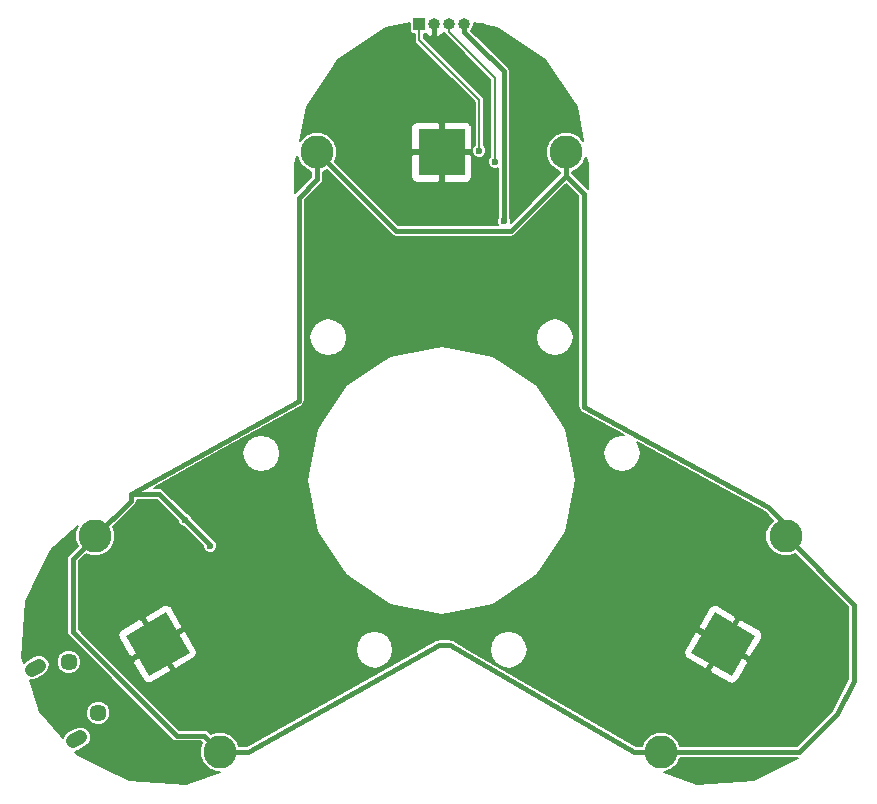
<source format=gbl>
G04 #@! TF.FileFunction,Copper,L2,Bot,Signal*
%FSLAX46Y46*%
G04 Gerber Fmt 4.6, Leading zero omitted, Abs format (unit mm)*
G04 Created by KiCad (PCBNEW 4.0.7) date 2018 May 15, Tuesday 19:27:55*
%MOMM*%
%LPD*%
G01*
G04 APERTURE LIST*
%ADD10C,0.100000*%
%ADD11C,0.600000*%
%ADD12C,2.800000*%
%ADD13R,3.960000X3.960000*%
%ADD14R,0.900000X0.500000*%
%ADD15R,1.000000X1.000000*%
%ADD16O,1.000000X1.000000*%
%ADD17C,1.450000*%
%ADD18C,1.200000*%
%ADD19C,0.400000*%
%ADD20C,0.200000*%
G04 APERTURE END LIST*
D10*
D11*
X144470000Y-41050000D03*
X160660000Y-98440000D03*
X132850000Y-45710000D03*
D12*
X125441680Y-46029880D03*
X146551680Y-46029880D03*
D13*
X135996680Y-46029880D03*
D11*
X139446000Y-35306000D03*
X143750000Y-53750000D03*
X126740000Y-53750000D03*
X131560000Y-35730000D03*
X147190000Y-43120000D03*
X146180000Y-59730000D03*
X144510000Y-59310000D03*
X144580000Y-57160000D03*
D12*
X154552500Y-96830898D03*
X165107500Y-78549102D03*
D10*
G36*
X157125270Y-88414730D02*
X159105270Y-84985270D01*
X162534730Y-86965270D01*
X160554730Y-90394730D01*
X157125270Y-88414730D01*
X157125270Y-88414730D01*
G37*
D11*
X114600000Y-93090000D03*
X152920000Y-91150000D03*
X160480000Y-95000000D03*
X111950000Y-98980000D03*
X101040000Y-85320000D03*
X111950000Y-87680000D03*
X148000000Y-47780000D03*
X124720000Y-42460000D03*
X124060000Y-47890000D03*
X136870000Y-43150000D03*
X129090000Y-43740000D03*
X126390000Y-43370000D03*
X141980000Y-43860000D03*
X142140000Y-46100000D03*
X144140000Y-45850000D03*
X141130000Y-53720000D03*
X127683260Y-59098180D03*
X124810000Y-51160000D03*
X125530000Y-52800000D03*
X133040000Y-36460000D03*
X144560000Y-39660000D03*
X146050000Y-55530000D03*
X128935480Y-53398420D03*
X124978160Y-59138820D03*
X146100000Y-57450000D03*
X129760000Y-46470000D03*
X127140000Y-39680000D03*
X126390000Y-41490000D03*
X124600000Y-43920000D03*
X144390000Y-47530000D03*
X140200000Y-47970000D03*
X142740000Y-47550000D03*
X145710000Y-41610000D03*
X140970000Y-36068000D03*
X145060000Y-43180000D03*
X138530000Y-43570000D03*
X131480000Y-49990000D03*
X131490000Y-48520000D03*
X134260000Y-51930000D03*
X137720000Y-51910000D03*
X136570000Y-51910000D03*
X135420000Y-51910000D03*
X134270000Y-50890000D03*
X137720000Y-50890000D03*
X136570000Y-50890000D03*
X135420000Y-50890000D03*
X134270000Y-49770000D03*
X137720000Y-49770000D03*
X136570000Y-49770000D03*
X135420000Y-49770000D03*
X136580000Y-48940000D03*
X137720000Y-48940000D03*
X135450000Y-48940000D03*
D14*
X142622960Y-42682160D03*
D15*
X134100000Y-35200000D03*
D16*
X135370000Y-35200000D03*
X136640000Y-35200000D03*
X137910000Y-35200000D03*
D11*
X134280000Y-48940000D03*
D12*
X106672500Y-78534102D03*
X117227500Y-96815898D03*
D10*
G36*
X112674730Y-84970270D02*
X114654730Y-88399730D01*
X111225270Y-90379730D01*
X109245270Y-86950270D01*
X112674730Y-84970270D01*
X112674730Y-84970270D01*
G37*
D17*
X104414620Y-89184516D03*
X106914620Y-93514644D03*
D18*
X101273242Y-89843491D02*
X101879460Y-89493491D01*
X105379460Y-95555669D02*
X104773242Y-95905669D01*
D11*
X136000000Y-46020000D03*
X141248176Y-51880010D03*
X116393298Y-79344733D03*
X114300000Y-77175000D03*
X139186920Y-45897800D03*
X140515340Y-46837600D03*
D19*
X141248176Y-51455746D02*
X141248176Y-51880010D01*
X141248176Y-39178176D02*
X141248176Y-51455746D01*
X138940000Y-36870000D02*
X141248176Y-39178176D01*
X137914380Y-35847020D02*
X137914380Y-35204380D01*
X137914380Y-35204380D02*
X137910000Y-35200000D01*
X138940000Y-36870000D02*
X138760000Y-36690000D01*
X138417019Y-36347019D02*
X138940000Y-36870000D01*
X137914380Y-35847020D02*
X138414379Y-36347019D01*
X138414379Y-36347019D02*
X138417019Y-36347019D01*
X146551680Y-48009778D02*
X146551680Y-46029880D01*
X141871457Y-52690001D02*
X146551680Y-48009778D01*
X132101801Y-52690001D02*
X141871457Y-52690001D01*
X125441680Y-46029880D02*
X132101801Y-52690001D01*
X116393298Y-79268298D02*
X116393298Y-79344733D01*
X114300000Y-77175000D02*
X116393298Y-79268298D01*
X106672500Y-78534102D02*
X104757182Y-80449420D01*
X104757182Y-86626662D02*
X104757182Y-80449420D01*
X113546419Y-95415899D02*
X104757182Y-86626662D01*
X117227500Y-96815898D02*
X115827501Y-95415899D01*
X115827501Y-95415899D02*
X113546419Y-95415899D01*
X119617502Y-96815898D02*
X135750300Y-87775733D01*
X136670000Y-87770000D02*
X135756033Y-87770000D01*
X135756033Y-87770000D02*
X135750300Y-87775733D01*
X152284178Y-96830898D02*
X136670000Y-87770000D01*
X154552500Y-96830898D02*
X152284178Y-96830898D01*
X117227500Y-96815898D02*
X119617502Y-96815898D01*
X146551680Y-48009778D02*
X148064220Y-49522318D01*
X148064220Y-49522318D02*
X148064220Y-67553840D01*
X148064220Y-67553840D02*
X163580000Y-76080000D01*
X163580000Y-76080000D02*
X163605860Y-76080000D01*
X165107500Y-77581640D02*
X165107500Y-78549102D01*
X163605860Y-76080000D02*
X165107500Y-77581640D01*
X165107500Y-78549102D02*
X170908980Y-84350582D01*
X154552500Y-96830898D02*
X166247062Y-96830898D01*
X169486580Y-93591380D02*
X170890000Y-90770000D01*
X166247062Y-96830898D02*
X169486580Y-93591380D01*
X170890000Y-90770000D02*
X170890000Y-84369562D01*
X109679740Y-74954471D02*
X109679740Y-75526862D01*
X109679740Y-75526862D02*
X106672500Y-78534102D01*
X109679740Y-74954471D02*
X123891040Y-67049954D01*
X123891040Y-67049954D02*
X123891040Y-49883960D01*
X123891040Y-49883960D02*
X125441680Y-48333320D01*
X125441680Y-48333320D02*
X125441680Y-46029880D01*
X114300000Y-77175000D02*
X112079471Y-74954471D01*
X112079471Y-74954471D02*
X109679740Y-74954471D01*
X109679740Y-74954471D02*
X109664740Y-74954471D01*
D20*
X139186920Y-45897800D02*
X139186920Y-41629560D01*
X139186920Y-41629560D02*
X134104380Y-36547020D01*
X134104380Y-35204380D02*
X134100000Y-35200000D01*
X134104380Y-36547020D02*
X134104380Y-35204380D01*
X136644380Y-35847020D02*
X136644380Y-35204380D01*
X136644380Y-35204380D02*
X136640000Y-35200000D01*
X136644380Y-35847020D02*
X140515340Y-39717980D01*
X140515340Y-39717980D02*
X140515340Y-46837600D01*
G36*
X104972796Y-78194468D02*
X104972206Y-78870769D01*
X105164160Y-79335335D01*
X104403629Y-80095867D01*
X104295242Y-80258078D01*
X104257182Y-80449420D01*
X104257182Y-86626662D01*
X104267133Y-86676688D01*
X104295242Y-86818004D01*
X104403629Y-86980215D01*
X113192865Y-95769452D01*
X113355077Y-95877839D01*
X113546419Y-95915899D01*
X115620395Y-95915899D01*
X115719378Y-96014882D01*
X115527796Y-96476264D01*
X115527206Y-97152565D01*
X115785470Y-97777613D01*
X116263270Y-98256248D01*
X116887866Y-98515602D01*
X117197222Y-98515872D01*
X114324898Y-99485307D01*
X109509980Y-99161280D01*
X105185573Y-97019328D01*
X104972329Y-96775312D01*
X105202035Y-96697336D01*
X105850669Y-96322846D01*
X106114687Y-96091309D01*
X106270002Y-95776360D01*
X106292969Y-95425949D01*
X106180091Y-95093423D01*
X105948553Y-94829405D01*
X105633605Y-94674090D01*
X105283194Y-94651123D01*
X104950668Y-94764001D01*
X104302033Y-95138492D01*
X104038015Y-95370029D01*
X103932047Y-95584914D01*
X102300244Y-93717635D01*
X105889442Y-93717635D01*
X106045161Y-94094501D01*
X106333246Y-94383090D01*
X106709840Y-94539466D01*
X107117611Y-94539822D01*
X107494477Y-94384103D01*
X107783066Y-94096018D01*
X107939442Y-93719424D01*
X107939798Y-93311653D01*
X107784079Y-92934787D01*
X107495994Y-92646198D01*
X107119400Y-92489822D01*
X106711629Y-92489466D01*
X106334763Y-92645185D01*
X106046174Y-92933270D01*
X105889798Y-93309864D01*
X105889442Y-93717635D01*
X102300244Y-93717635D01*
X102010032Y-93385545D01*
X101114201Y-90731302D01*
X101369507Y-90748036D01*
X101702033Y-90635158D01*
X102350667Y-90260670D01*
X102614686Y-90029133D01*
X102770001Y-89714185D01*
X102791413Y-89387507D01*
X103389442Y-89387507D01*
X103545161Y-89764373D01*
X103833246Y-90052962D01*
X104209840Y-90209338D01*
X104617611Y-90209694D01*
X104994477Y-90053975D01*
X105283066Y-89765890D01*
X105439442Y-89389296D01*
X105439798Y-88981525D01*
X105284079Y-88604659D01*
X104995994Y-88316070D01*
X104619400Y-88159694D01*
X104211629Y-88159338D01*
X103834763Y-88315057D01*
X103546174Y-88603142D01*
X103389798Y-88979736D01*
X103389442Y-89387507D01*
X102791413Y-89387507D01*
X102792969Y-89363774D01*
X102680092Y-89031248D01*
X102448555Y-88767229D01*
X102133607Y-88611914D01*
X101783196Y-88588946D01*
X101450669Y-88701823D01*
X100802035Y-89076312D01*
X100611903Y-89243052D01*
X100466804Y-88813139D01*
X100790831Y-83998221D01*
X102932855Y-79673670D01*
X105172837Y-77712713D01*
X104972796Y-78194468D01*
X104972796Y-78194468D01*
G37*
X104972796Y-78194468D02*
X104972206Y-78870769D01*
X105164160Y-79335335D01*
X104403629Y-80095867D01*
X104295242Y-80258078D01*
X104257182Y-80449420D01*
X104257182Y-86626662D01*
X104267133Y-86676688D01*
X104295242Y-86818004D01*
X104403629Y-86980215D01*
X113192865Y-95769452D01*
X113355077Y-95877839D01*
X113546419Y-95915899D01*
X115620395Y-95915899D01*
X115719378Y-96014882D01*
X115527796Y-96476264D01*
X115527206Y-97152565D01*
X115785470Y-97777613D01*
X116263270Y-98256248D01*
X116887866Y-98515602D01*
X117197222Y-98515872D01*
X114324898Y-99485307D01*
X109509980Y-99161280D01*
X105185573Y-97019328D01*
X104972329Y-96775312D01*
X105202035Y-96697336D01*
X105850669Y-96322846D01*
X106114687Y-96091309D01*
X106270002Y-95776360D01*
X106292969Y-95425949D01*
X106180091Y-95093423D01*
X105948553Y-94829405D01*
X105633605Y-94674090D01*
X105283194Y-94651123D01*
X104950668Y-94764001D01*
X104302033Y-95138492D01*
X104038015Y-95370029D01*
X103932047Y-95584914D01*
X102300244Y-93717635D01*
X105889442Y-93717635D01*
X106045161Y-94094501D01*
X106333246Y-94383090D01*
X106709840Y-94539466D01*
X107117611Y-94539822D01*
X107494477Y-94384103D01*
X107783066Y-94096018D01*
X107939442Y-93719424D01*
X107939798Y-93311653D01*
X107784079Y-92934787D01*
X107495994Y-92646198D01*
X107119400Y-92489822D01*
X106711629Y-92489466D01*
X106334763Y-92645185D01*
X106046174Y-92933270D01*
X105889798Y-93309864D01*
X105889442Y-93717635D01*
X102300244Y-93717635D01*
X102010032Y-93385545D01*
X101114201Y-90731302D01*
X101369507Y-90748036D01*
X101702033Y-90635158D01*
X102350667Y-90260670D01*
X102614686Y-90029133D01*
X102770001Y-89714185D01*
X102791413Y-89387507D01*
X103389442Y-89387507D01*
X103545161Y-89764373D01*
X103833246Y-90052962D01*
X104209840Y-90209338D01*
X104617611Y-90209694D01*
X104994477Y-90053975D01*
X105283066Y-89765890D01*
X105439442Y-89389296D01*
X105439798Y-88981525D01*
X105284079Y-88604659D01*
X104995994Y-88316070D01*
X104619400Y-88159694D01*
X104211629Y-88159338D01*
X103834763Y-88315057D01*
X103546174Y-88603142D01*
X103389798Y-88979736D01*
X103389442Y-89387507D01*
X102791413Y-89387507D01*
X102792969Y-89363774D01*
X102680092Y-89031248D01*
X102448555Y-88767229D01*
X102133607Y-88611914D01*
X101783196Y-88588946D01*
X101450669Y-88701823D01*
X100802035Y-89076312D01*
X100611903Y-89243052D01*
X100466804Y-88813139D01*
X100790831Y-83998221D01*
X102932855Y-79673670D01*
X105172837Y-77712713D01*
X104972796Y-78194468D01*
G36*
X162438609Y-99166885D02*
X157623127Y-99482508D01*
X154820467Y-98531132D01*
X154889167Y-98531192D01*
X155514215Y-98272928D01*
X155992850Y-97795128D01*
X156185614Y-97330898D01*
X166161621Y-97330898D01*
X162438609Y-99166885D01*
X162438609Y-99166885D01*
G37*
X162438609Y-99166885D02*
X157623127Y-99482508D01*
X154820467Y-98531132D01*
X154889167Y-98531192D01*
X155514215Y-98272928D01*
X155992850Y-97795128D01*
X156185614Y-97330898D01*
X166161621Y-97330898D01*
X162438609Y-99166885D01*
G36*
X131748247Y-53043554D02*
X131910459Y-53151941D01*
X132101801Y-53190001D01*
X141871457Y-53190001D01*
X142062799Y-53151941D01*
X142225010Y-53043554D01*
X146551680Y-48716885D01*
X147564220Y-49729425D01*
X147564220Y-67553840D01*
X147577994Y-67623086D01*
X147584099Y-67693424D01*
X147596875Y-67718007D01*
X147602280Y-67745182D01*
X147641504Y-67803885D01*
X147674062Y-67866533D01*
X147695275Y-67884358D01*
X147710667Y-67907393D01*
X147769368Y-67946616D01*
X147823424Y-67992038D01*
X151402996Y-69959068D01*
X151258249Y-69930276D01*
X150645956Y-70052069D01*
X150126878Y-70398905D01*
X149780042Y-70917983D01*
X149658249Y-71530276D01*
X149780042Y-72142569D01*
X150126878Y-72661647D01*
X150645956Y-73008483D01*
X151258249Y-73130276D01*
X151870542Y-73008483D01*
X152389620Y-72661647D01*
X152736456Y-72142569D01*
X152858249Y-71530276D01*
X152736456Y-70917983D01*
X152497664Y-70560605D01*
X163334205Y-76515451D01*
X164035709Y-77216956D01*
X163667150Y-77584872D01*
X163407796Y-78209468D01*
X163407206Y-78885769D01*
X163665470Y-79510817D01*
X164143270Y-79989452D01*
X164767866Y-80248806D01*
X165444167Y-80249396D01*
X165908733Y-80057442D01*
X170390000Y-84538709D01*
X170390000Y-90652511D01*
X169075279Y-93295574D01*
X166039956Y-96330898D01*
X156185306Y-96330898D01*
X155994530Y-95869183D01*
X155516730Y-95390548D01*
X154892134Y-95131194D01*
X154215833Y-95130604D01*
X153590785Y-95388868D01*
X153112150Y-95866668D01*
X152919386Y-96330898D01*
X152418744Y-96330898D01*
X141296451Y-89876638D01*
X158745368Y-89876638D01*
X158801004Y-90084274D01*
X160355467Y-90981743D01*
X160595275Y-91013314D01*
X160828911Y-90950712D01*
X161020805Y-90803466D01*
X161141743Y-90593994D01*
X161918274Y-89249004D01*
X161862638Y-89041368D01*
X159886368Y-87900368D01*
X158745368Y-89876638D01*
X141296451Y-89876638D01*
X138329460Y-88154895D01*
X140060028Y-88154895D01*
X140181821Y-88767188D01*
X140528657Y-89286266D01*
X141047735Y-89633102D01*
X141660028Y-89754895D01*
X142272321Y-89633102D01*
X142791399Y-89286266D01*
X143138235Y-88767188D01*
X143200278Y-88455274D01*
X156506685Y-88455274D01*
X156569288Y-88688909D01*
X156716533Y-88880804D01*
X158270996Y-89778274D01*
X158478632Y-89722638D01*
X159619632Y-87746368D01*
X159424368Y-87633632D01*
X160040368Y-87633632D01*
X162016638Y-88774632D01*
X162224274Y-88718996D01*
X163000804Y-87374006D01*
X163121743Y-87164534D01*
X163153315Y-86924726D01*
X163090712Y-86691091D01*
X162943467Y-86499196D01*
X161389004Y-85601726D01*
X161181368Y-85657362D01*
X160040368Y-87633632D01*
X159424368Y-87633632D01*
X157643362Y-86605368D01*
X157435726Y-86661004D01*
X156659196Y-88005994D01*
X156538257Y-88215466D01*
X156506685Y-88455274D01*
X143200278Y-88455274D01*
X143260028Y-88154895D01*
X143138235Y-87542602D01*
X142791399Y-87023524D01*
X142272321Y-86676688D01*
X141660028Y-86554895D01*
X141047735Y-86676688D01*
X140528657Y-87023524D01*
X140181821Y-87542602D01*
X140060028Y-88154895D01*
X138329460Y-88154895D01*
X136920956Y-87337541D01*
X136889226Y-87326692D01*
X136861342Y-87308060D01*
X136797726Y-87295406D01*
X136736358Y-87274423D01*
X136702891Y-87276542D01*
X136670000Y-87270000D01*
X135756033Y-87270000D01*
X135704537Y-87280243D01*
X135691406Y-87279213D01*
X135662568Y-87288591D01*
X135564691Y-87308060D01*
X135541729Y-87323403D01*
X135528652Y-87332141D01*
X135505879Y-87339547D01*
X119486961Y-96315898D01*
X118860306Y-96315898D01*
X118669530Y-95854183D01*
X118191730Y-95375548D01*
X117567134Y-95116194D01*
X116890833Y-95115604D01*
X116426267Y-95307558D01*
X116181054Y-95062346D01*
X116018843Y-94953959D01*
X115827501Y-94915899D01*
X113753526Y-94915899D01*
X108071631Y-89234004D01*
X109861726Y-89234004D01*
X110638257Y-90578994D01*
X110759195Y-90788466D01*
X110951089Y-90935712D01*
X111184725Y-90998314D01*
X111424533Y-90966743D01*
X112978996Y-90069274D01*
X113034632Y-89861638D01*
X111893632Y-87885368D01*
X109917362Y-89026368D01*
X109861726Y-89234004D01*
X108071631Y-89234004D01*
X105747353Y-86909726D01*
X108626685Y-86909726D01*
X108658257Y-87149534D01*
X108779196Y-87359006D01*
X109555726Y-88703996D01*
X109763362Y-88759632D01*
X111544367Y-87731368D01*
X112160368Y-87731368D01*
X113301368Y-89707638D01*
X113509004Y-89763274D01*
X115063467Y-88865804D01*
X115210712Y-88673909D01*
X115273315Y-88440274D01*
X115241743Y-88200466D01*
X115215433Y-88154895D01*
X128709412Y-88154895D01*
X128831205Y-88767188D01*
X129178041Y-89286266D01*
X129697119Y-89633102D01*
X130309412Y-89754895D01*
X130921705Y-89633102D01*
X131440783Y-89286266D01*
X131787619Y-88767188D01*
X131909412Y-88154895D01*
X131787619Y-87542602D01*
X131440783Y-87023524D01*
X130921705Y-86676688D01*
X130309412Y-86554895D01*
X129697119Y-86676688D01*
X129178041Y-87023524D01*
X128831205Y-87542602D01*
X128709412Y-88154895D01*
X115215433Y-88154895D01*
X115120804Y-87990994D01*
X114344274Y-86646004D01*
X114136638Y-86590368D01*
X112160368Y-87731368D01*
X111544367Y-87731368D01*
X111739632Y-87618632D01*
X110598632Y-85642362D01*
X110390996Y-85586726D01*
X108836533Y-86484196D01*
X108689288Y-86676091D01*
X108626685Y-86909726D01*
X105747353Y-86909726D01*
X105257182Y-86419556D01*
X105257182Y-85488362D01*
X110865368Y-85488362D01*
X112006368Y-87464632D01*
X113982638Y-86323632D01*
X114034254Y-86130996D01*
X157741726Y-86130996D01*
X157797362Y-86338632D01*
X159773632Y-87479632D01*
X160914632Y-85503362D01*
X160858996Y-85295726D01*
X159304533Y-84398257D01*
X159064725Y-84366686D01*
X158831089Y-84429288D01*
X158639195Y-84576534D01*
X158518257Y-84786006D01*
X157741726Y-86130996D01*
X114034254Y-86130996D01*
X114038274Y-86115996D01*
X113261743Y-84771006D01*
X113140805Y-84561534D01*
X112948911Y-84414288D01*
X112715275Y-84351686D01*
X112475467Y-84383257D01*
X110921004Y-85280726D01*
X110865368Y-85488362D01*
X105257182Y-85488362D01*
X105257182Y-80656526D01*
X105871484Y-80042224D01*
X106332866Y-80233806D01*
X107009167Y-80234396D01*
X107634215Y-79976132D01*
X108112850Y-79498332D01*
X108372204Y-78873736D01*
X108372794Y-78197435D01*
X108180840Y-77732869D01*
X110033294Y-75880415D01*
X110136172Y-75726447D01*
X110141680Y-75718204D01*
X110179740Y-75526862D01*
X110179740Y-75454471D01*
X111872365Y-75454471D01*
X113699906Y-77282013D01*
X113699896Y-77293824D01*
X113791048Y-77514429D01*
X113959683Y-77683359D01*
X114180129Y-77774896D01*
X114192801Y-77774907D01*
X115793271Y-79375378D01*
X115793194Y-79463557D01*
X115884346Y-79684162D01*
X116052981Y-79853092D01*
X116273427Y-79944629D01*
X116512122Y-79944837D01*
X116732727Y-79853685D01*
X116901657Y-79685050D01*
X116993194Y-79464604D01*
X116993402Y-79225909D01*
X116902250Y-79005304D01*
X116733615Y-78836374D01*
X116622230Y-78790123D01*
X114900094Y-77067988D01*
X114900104Y-77056176D01*
X114808952Y-76835571D01*
X114640317Y-76666641D01*
X114419871Y-76575104D01*
X114407200Y-76575093D01*
X112433024Y-74600918D01*
X112270813Y-74492531D01*
X112079471Y-74454471D01*
X111607309Y-74454471D01*
X112792634Y-73795177D01*
X124584720Y-73795177D01*
X125452493Y-78157768D01*
X127923703Y-81856194D01*
X131622129Y-84327404D01*
X135984720Y-85195177D01*
X140347311Y-84327404D01*
X144045737Y-81856194D01*
X146516947Y-78157768D01*
X147384720Y-73795177D01*
X146516947Y-69432586D01*
X144045737Y-65734160D01*
X140347311Y-63262950D01*
X135984720Y-62395177D01*
X131622129Y-63262950D01*
X127923703Y-65734160D01*
X125452493Y-69432586D01*
X124584720Y-73795177D01*
X112792634Y-73795177D01*
X116864633Y-71530276D01*
X119111183Y-71530276D01*
X119232976Y-72142569D01*
X119579812Y-72661647D01*
X120098890Y-73008483D01*
X120711183Y-73130276D01*
X121323476Y-73008483D01*
X121842554Y-72661647D01*
X122189390Y-72142569D01*
X122311183Y-71530276D01*
X122189390Y-70917983D01*
X121842554Y-70398905D01*
X121323476Y-70052069D01*
X120711183Y-69930276D01*
X120098890Y-70052069D01*
X119579812Y-70398905D01*
X119232976Y-70917983D01*
X119111183Y-71530276D01*
X116864633Y-71530276D01*
X124134081Y-67486911D01*
X124186943Y-67442028D01*
X124244593Y-67403507D01*
X124260696Y-67379407D01*
X124282797Y-67360642D01*
X124314456Y-67298950D01*
X124352980Y-67241296D01*
X124358636Y-67212861D01*
X124371870Y-67187073D01*
X124377511Y-67117968D01*
X124391040Y-67049954D01*
X124391040Y-61700358D01*
X124786492Y-61700358D01*
X124908285Y-62312651D01*
X125255121Y-62831729D01*
X125774199Y-63178565D01*
X126386492Y-63300358D01*
X126998785Y-63178565D01*
X127517863Y-62831729D01*
X127864699Y-62312651D01*
X127986492Y-61700358D01*
X143982948Y-61700358D01*
X144104741Y-62312651D01*
X144451577Y-62831729D01*
X144970655Y-63178565D01*
X145582948Y-63300358D01*
X146195241Y-63178565D01*
X146714319Y-62831729D01*
X147061155Y-62312651D01*
X147182948Y-61700358D01*
X147061155Y-61088065D01*
X146714319Y-60568987D01*
X146195241Y-60222151D01*
X145582948Y-60100358D01*
X144970655Y-60222151D01*
X144451577Y-60568987D01*
X144104741Y-61088065D01*
X143982948Y-61700358D01*
X127986492Y-61700358D01*
X127864699Y-61088065D01*
X127517863Y-60568987D01*
X126998785Y-60222151D01*
X126386492Y-60100358D01*
X125774199Y-60222151D01*
X125255121Y-60568987D01*
X124908285Y-61088065D01*
X124786492Y-61700358D01*
X124391040Y-61700358D01*
X124391040Y-50091066D01*
X125795233Y-48686873D01*
X125903620Y-48524662D01*
X125935710Y-48363331D01*
X125941680Y-48333320D01*
X125941680Y-47662686D01*
X126242913Y-47538220D01*
X131748247Y-53043554D01*
X131748247Y-53043554D01*
G37*
X131748247Y-53043554D02*
X131910459Y-53151941D01*
X132101801Y-53190001D01*
X141871457Y-53190001D01*
X142062799Y-53151941D01*
X142225010Y-53043554D01*
X146551680Y-48716885D01*
X147564220Y-49729425D01*
X147564220Y-67553840D01*
X147577994Y-67623086D01*
X147584099Y-67693424D01*
X147596875Y-67718007D01*
X147602280Y-67745182D01*
X147641504Y-67803885D01*
X147674062Y-67866533D01*
X147695275Y-67884358D01*
X147710667Y-67907393D01*
X147769368Y-67946616D01*
X147823424Y-67992038D01*
X151402996Y-69959068D01*
X151258249Y-69930276D01*
X150645956Y-70052069D01*
X150126878Y-70398905D01*
X149780042Y-70917983D01*
X149658249Y-71530276D01*
X149780042Y-72142569D01*
X150126878Y-72661647D01*
X150645956Y-73008483D01*
X151258249Y-73130276D01*
X151870542Y-73008483D01*
X152389620Y-72661647D01*
X152736456Y-72142569D01*
X152858249Y-71530276D01*
X152736456Y-70917983D01*
X152497664Y-70560605D01*
X163334205Y-76515451D01*
X164035709Y-77216956D01*
X163667150Y-77584872D01*
X163407796Y-78209468D01*
X163407206Y-78885769D01*
X163665470Y-79510817D01*
X164143270Y-79989452D01*
X164767866Y-80248806D01*
X165444167Y-80249396D01*
X165908733Y-80057442D01*
X170390000Y-84538709D01*
X170390000Y-90652511D01*
X169075279Y-93295574D01*
X166039956Y-96330898D01*
X156185306Y-96330898D01*
X155994530Y-95869183D01*
X155516730Y-95390548D01*
X154892134Y-95131194D01*
X154215833Y-95130604D01*
X153590785Y-95388868D01*
X153112150Y-95866668D01*
X152919386Y-96330898D01*
X152418744Y-96330898D01*
X141296451Y-89876638D01*
X158745368Y-89876638D01*
X158801004Y-90084274D01*
X160355467Y-90981743D01*
X160595275Y-91013314D01*
X160828911Y-90950712D01*
X161020805Y-90803466D01*
X161141743Y-90593994D01*
X161918274Y-89249004D01*
X161862638Y-89041368D01*
X159886368Y-87900368D01*
X158745368Y-89876638D01*
X141296451Y-89876638D01*
X138329460Y-88154895D01*
X140060028Y-88154895D01*
X140181821Y-88767188D01*
X140528657Y-89286266D01*
X141047735Y-89633102D01*
X141660028Y-89754895D01*
X142272321Y-89633102D01*
X142791399Y-89286266D01*
X143138235Y-88767188D01*
X143200278Y-88455274D01*
X156506685Y-88455274D01*
X156569288Y-88688909D01*
X156716533Y-88880804D01*
X158270996Y-89778274D01*
X158478632Y-89722638D01*
X159619632Y-87746368D01*
X159424368Y-87633632D01*
X160040368Y-87633632D01*
X162016638Y-88774632D01*
X162224274Y-88718996D01*
X163000804Y-87374006D01*
X163121743Y-87164534D01*
X163153315Y-86924726D01*
X163090712Y-86691091D01*
X162943467Y-86499196D01*
X161389004Y-85601726D01*
X161181368Y-85657362D01*
X160040368Y-87633632D01*
X159424368Y-87633632D01*
X157643362Y-86605368D01*
X157435726Y-86661004D01*
X156659196Y-88005994D01*
X156538257Y-88215466D01*
X156506685Y-88455274D01*
X143200278Y-88455274D01*
X143260028Y-88154895D01*
X143138235Y-87542602D01*
X142791399Y-87023524D01*
X142272321Y-86676688D01*
X141660028Y-86554895D01*
X141047735Y-86676688D01*
X140528657Y-87023524D01*
X140181821Y-87542602D01*
X140060028Y-88154895D01*
X138329460Y-88154895D01*
X136920956Y-87337541D01*
X136889226Y-87326692D01*
X136861342Y-87308060D01*
X136797726Y-87295406D01*
X136736358Y-87274423D01*
X136702891Y-87276542D01*
X136670000Y-87270000D01*
X135756033Y-87270000D01*
X135704537Y-87280243D01*
X135691406Y-87279213D01*
X135662568Y-87288591D01*
X135564691Y-87308060D01*
X135541729Y-87323403D01*
X135528652Y-87332141D01*
X135505879Y-87339547D01*
X119486961Y-96315898D01*
X118860306Y-96315898D01*
X118669530Y-95854183D01*
X118191730Y-95375548D01*
X117567134Y-95116194D01*
X116890833Y-95115604D01*
X116426267Y-95307558D01*
X116181054Y-95062346D01*
X116018843Y-94953959D01*
X115827501Y-94915899D01*
X113753526Y-94915899D01*
X108071631Y-89234004D01*
X109861726Y-89234004D01*
X110638257Y-90578994D01*
X110759195Y-90788466D01*
X110951089Y-90935712D01*
X111184725Y-90998314D01*
X111424533Y-90966743D01*
X112978996Y-90069274D01*
X113034632Y-89861638D01*
X111893632Y-87885368D01*
X109917362Y-89026368D01*
X109861726Y-89234004D01*
X108071631Y-89234004D01*
X105747353Y-86909726D01*
X108626685Y-86909726D01*
X108658257Y-87149534D01*
X108779196Y-87359006D01*
X109555726Y-88703996D01*
X109763362Y-88759632D01*
X111544367Y-87731368D01*
X112160368Y-87731368D01*
X113301368Y-89707638D01*
X113509004Y-89763274D01*
X115063467Y-88865804D01*
X115210712Y-88673909D01*
X115273315Y-88440274D01*
X115241743Y-88200466D01*
X115215433Y-88154895D01*
X128709412Y-88154895D01*
X128831205Y-88767188D01*
X129178041Y-89286266D01*
X129697119Y-89633102D01*
X130309412Y-89754895D01*
X130921705Y-89633102D01*
X131440783Y-89286266D01*
X131787619Y-88767188D01*
X131909412Y-88154895D01*
X131787619Y-87542602D01*
X131440783Y-87023524D01*
X130921705Y-86676688D01*
X130309412Y-86554895D01*
X129697119Y-86676688D01*
X129178041Y-87023524D01*
X128831205Y-87542602D01*
X128709412Y-88154895D01*
X115215433Y-88154895D01*
X115120804Y-87990994D01*
X114344274Y-86646004D01*
X114136638Y-86590368D01*
X112160368Y-87731368D01*
X111544367Y-87731368D01*
X111739632Y-87618632D01*
X110598632Y-85642362D01*
X110390996Y-85586726D01*
X108836533Y-86484196D01*
X108689288Y-86676091D01*
X108626685Y-86909726D01*
X105747353Y-86909726D01*
X105257182Y-86419556D01*
X105257182Y-85488362D01*
X110865368Y-85488362D01*
X112006368Y-87464632D01*
X113982638Y-86323632D01*
X114034254Y-86130996D01*
X157741726Y-86130996D01*
X157797362Y-86338632D01*
X159773632Y-87479632D01*
X160914632Y-85503362D01*
X160858996Y-85295726D01*
X159304533Y-84398257D01*
X159064725Y-84366686D01*
X158831089Y-84429288D01*
X158639195Y-84576534D01*
X158518257Y-84786006D01*
X157741726Y-86130996D01*
X114034254Y-86130996D01*
X114038274Y-86115996D01*
X113261743Y-84771006D01*
X113140805Y-84561534D01*
X112948911Y-84414288D01*
X112715275Y-84351686D01*
X112475467Y-84383257D01*
X110921004Y-85280726D01*
X110865368Y-85488362D01*
X105257182Y-85488362D01*
X105257182Y-80656526D01*
X105871484Y-80042224D01*
X106332866Y-80233806D01*
X107009167Y-80234396D01*
X107634215Y-79976132D01*
X108112850Y-79498332D01*
X108372204Y-78873736D01*
X108372794Y-78197435D01*
X108180840Y-77732869D01*
X110033294Y-75880415D01*
X110136172Y-75726447D01*
X110141680Y-75718204D01*
X110179740Y-75526862D01*
X110179740Y-75454471D01*
X111872365Y-75454471D01*
X113699906Y-77282013D01*
X113699896Y-77293824D01*
X113791048Y-77514429D01*
X113959683Y-77683359D01*
X114180129Y-77774896D01*
X114192801Y-77774907D01*
X115793271Y-79375378D01*
X115793194Y-79463557D01*
X115884346Y-79684162D01*
X116052981Y-79853092D01*
X116273427Y-79944629D01*
X116512122Y-79944837D01*
X116732727Y-79853685D01*
X116901657Y-79685050D01*
X116993194Y-79464604D01*
X116993402Y-79225909D01*
X116902250Y-79005304D01*
X116733615Y-78836374D01*
X116622230Y-78790123D01*
X114900094Y-77067988D01*
X114900104Y-77056176D01*
X114808952Y-76835571D01*
X114640317Y-76666641D01*
X114419871Y-76575104D01*
X114407200Y-76575093D01*
X112433024Y-74600918D01*
X112270813Y-74492531D01*
X112079471Y-74454471D01*
X111607309Y-74454471D01*
X112792634Y-73795177D01*
X124584720Y-73795177D01*
X125452493Y-78157768D01*
X127923703Y-81856194D01*
X131622129Y-84327404D01*
X135984720Y-85195177D01*
X140347311Y-84327404D01*
X144045737Y-81856194D01*
X146516947Y-78157768D01*
X147384720Y-73795177D01*
X146516947Y-69432586D01*
X144045737Y-65734160D01*
X140347311Y-63262950D01*
X135984720Y-62395177D01*
X131622129Y-63262950D01*
X127923703Y-65734160D01*
X125452493Y-69432586D01*
X124584720Y-73795177D01*
X112792634Y-73795177D01*
X116864633Y-71530276D01*
X119111183Y-71530276D01*
X119232976Y-72142569D01*
X119579812Y-72661647D01*
X120098890Y-73008483D01*
X120711183Y-73130276D01*
X121323476Y-73008483D01*
X121842554Y-72661647D01*
X122189390Y-72142569D01*
X122311183Y-71530276D01*
X122189390Y-70917983D01*
X121842554Y-70398905D01*
X121323476Y-70052069D01*
X120711183Y-69930276D01*
X120098890Y-70052069D01*
X119579812Y-70398905D01*
X119232976Y-70917983D01*
X119111183Y-71530276D01*
X116864633Y-71530276D01*
X124134081Y-67486911D01*
X124186943Y-67442028D01*
X124244593Y-67403507D01*
X124260696Y-67379407D01*
X124282797Y-67360642D01*
X124314456Y-67298950D01*
X124352980Y-67241296D01*
X124358636Y-67212861D01*
X124371870Y-67187073D01*
X124377511Y-67117968D01*
X124391040Y-67049954D01*
X124391040Y-61700358D01*
X124786492Y-61700358D01*
X124908285Y-62312651D01*
X125255121Y-62831729D01*
X125774199Y-63178565D01*
X126386492Y-63300358D01*
X126998785Y-63178565D01*
X127517863Y-62831729D01*
X127864699Y-62312651D01*
X127986492Y-61700358D01*
X143982948Y-61700358D01*
X144104741Y-62312651D01*
X144451577Y-62831729D01*
X144970655Y-63178565D01*
X145582948Y-63300358D01*
X146195241Y-63178565D01*
X146714319Y-62831729D01*
X147061155Y-62312651D01*
X147182948Y-61700358D01*
X147061155Y-61088065D01*
X146714319Y-60568987D01*
X146195241Y-60222151D01*
X145582948Y-60100358D01*
X144970655Y-60222151D01*
X144451577Y-60568987D01*
X144104741Y-61088065D01*
X143982948Y-61700358D01*
X127986492Y-61700358D01*
X127864699Y-61088065D01*
X127517863Y-60568987D01*
X126998785Y-60222151D01*
X126386492Y-60100358D01*
X125774199Y-60222151D01*
X125255121Y-60568987D01*
X124908285Y-61088065D01*
X124786492Y-61700358D01*
X124391040Y-61700358D01*
X124391040Y-50091066D01*
X125795233Y-48686873D01*
X125903620Y-48524662D01*
X125935710Y-48363331D01*
X125941680Y-48333320D01*
X125941680Y-47662686D01*
X126242913Y-47538220D01*
X131748247Y-53043554D01*
G36*
X135524000Y-35046000D02*
X135544000Y-35046000D01*
X135544000Y-35354000D01*
X135524000Y-35354000D01*
X135524000Y-36143515D01*
X135693751Y-36259646D01*
X135890366Y-36178221D01*
X136225104Y-35904623D01*
X136234001Y-35888058D01*
X136255385Y-35902346D01*
X136274828Y-36000094D01*
X136361537Y-36129863D01*
X140115340Y-39883666D01*
X140115340Y-46389113D01*
X140006981Y-46497283D01*
X139915444Y-46717729D01*
X139915236Y-46956424D01*
X140006388Y-47177029D01*
X140175023Y-47345959D01*
X140395469Y-47437496D01*
X140634164Y-47437704D01*
X140748176Y-47390595D01*
X140748176Y-51531349D01*
X140739817Y-51539693D01*
X140648280Y-51760139D01*
X140648072Y-51998834D01*
X140727060Y-52190001D01*
X132308908Y-52190001D01*
X126949802Y-46830896D01*
X127141384Y-46369514D01*
X127141413Y-46335880D01*
X133408680Y-46335880D01*
X133408680Y-48130819D01*
X133501243Y-48354285D01*
X133672276Y-48525318D01*
X133895742Y-48617880D01*
X135690680Y-48617880D01*
X135842680Y-48465880D01*
X135842680Y-46183880D01*
X136150680Y-46183880D01*
X136150680Y-48465880D01*
X136302680Y-48617880D01*
X138097618Y-48617880D01*
X138321084Y-48525318D01*
X138492117Y-48354285D01*
X138584680Y-48130819D01*
X138584680Y-46335880D01*
X138432680Y-46183880D01*
X136150680Y-46183880D01*
X135842680Y-46183880D01*
X133560680Y-46183880D01*
X133408680Y-46335880D01*
X127141413Y-46335880D01*
X127141974Y-45693213D01*
X126883710Y-45068165D01*
X126405910Y-44589530D01*
X125781314Y-44330176D01*
X125105013Y-44329586D01*
X124479965Y-44587850D01*
X124001330Y-45065650D01*
X123980424Y-45115998D01*
X124216544Y-43928941D01*
X133408680Y-43928941D01*
X133408680Y-45723880D01*
X133560680Y-45875880D01*
X135842680Y-45875880D01*
X135842680Y-43593880D01*
X136150680Y-43593880D01*
X136150680Y-45875880D01*
X138432680Y-45875880D01*
X138584680Y-45723880D01*
X138584680Y-43928941D01*
X138492117Y-43705475D01*
X138321084Y-43534442D01*
X138097618Y-43441880D01*
X136302680Y-43441880D01*
X136150680Y-43593880D01*
X135842680Y-43593880D01*
X135690680Y-43441880D01*
X133895742Y-43441880D01*
X133672276Y-43534442D01*
X133501243Y-43705475D01*
X133408680Y-43928941D01*
X124216544Y-43928941D01*
X124558046Y-42212094D01*
X127239122Y-38199580D01*
X131251636Y-35518504D01*
X133294123Y-35112228D01*
X133294123Y-35700000D01*
X133315042Y-35811173D01*
X133380745Y-35913279D01*
X133480997Y-35981778D01*
X133600000Y-36005877D01*
X133704380Y-36005877D01*
X133704380Y-36547020D01*
X133734828Y-36700094D01*
X133821537Y-36829863D01*
X138786920Y-41795246D01*
X138786920Y-45449313D01*
X138678561Y-45557483D01*
X138587024Y-45777929D01*
X138586816Y-46016624D01*
X138677968Y-46237229D01*
X138846603Y-46406159D01*
X139067049Y-46497696D01*
X139305744Y-46497904D01*
X139526349Y-46406752D01*
X139695279Y-46238117D01*
X139786816Y-46017671D01*
X139787024Y-45778976D01*
X139695872Y-45558371D01*
X139586920Y-45449228D01*
X139586920Y-41629560D01*
X139556472Y-41476487D01*
X139556472Y-41476486D01*
X139469763Y-41346717D01*
X134504380Y-36381334D01*
X134504380Y-36005877D01*
X134600000Y-36005877D01*
X134631520Y-35999946D01*
X134849634Y-36178221D01*
X135046249Y-36259646D01*
X135216000Y-36143515D01*
X135216000Y-35354000D01*
X135196000Y-35354000D01*
X135196000Y-35046000D01*
X135216000Y-35046000D01*
X135216000Y-35026000D01*
X135524000Y-35026000D01*
X135524000Y-35046000D01*
X135524000Y-35046000D01*
G37*
X135524000Y-35046000D02*
X135544000Y-35046000D01*
X135544000Y-35354000D01*
X135524000Y-35354000D01*
X135524000Y-36143515D01*
X135693751Y-36259646D01*
X135890366Y-36178221D01*
X136225104Y-35904623D01*
X136234001Y-35888058D01*
X136255385Y-35902346D01*
X136274828Y-36000094D01*
X136361537Y-36129863D01*
X140115340Y-39883666D01*
X140115340Y-46389113D01*
X140006981Y-46497283D01*
X139915444Y-46717729D01*
X139915236Y-46956424D01*
X140006388Y-47177029D01*
X140175023Y-47345959D01*
X140395469Y-47437496D01*
X140634164Y-47437704D01*
X140748176Y-47390595D01*
X140748176Y-51531349D01*
X140739817Y-51539693D01*
X140648280Y-51760139D01*
X140648072Y-51998834D01*
X140727060Y-52190001D01*
X132308908Y-52190001D01*
X126949802Y-46830896D01*
X127141384Y-46369514D01*
X127141413Y-46335880D01*
X133408680Y-46335880D01*
X133408680Y-48130819D01*
X133501243Y-48354285D01*
X133672276Y-48525318D01*
X133895742Y-48617880D01*
X135690680Y-48617880D01*
X135842680Y-48465880D01*
X135842680Y-46183880D01*
X136150680Y-46183880D01*
X136150680Y-48465880D01*
X136302680Y-48617880D01*
X138097618Y-48617880D01*
X138321084Y-48525318D01*
X138492117Y-48354285D01*
X138584680Y-48130819D01*
X138584680Y-46335880D01*
X138432680Y-46183880D01*
X136150680Y-46183880D01*
X135842680Y-46183880D01*
X133560680Y-46183880D01*
X133408680Y-46335880D01*
X127141413Y-46335880D01*
X127141974Y-45693213D01*
X126883710Y-45068165D01*
X126405910Y-44589530D01*
X125781314Y-44330176D01*
X125105013Y-44329586D01*
X124479965Y-44587850D01*
X124001330Y-45065650D01*
X123980424Y-45115998D01*
X124216544Y-43928941D01*
X133408680Y-43928941D01*
X133408680Y-45723880D01*
X133560680Y-45875880D01*
X135842680Y-45875880D01*
X135842680Y-43593880D01*
X136150680Y-43593880D01*
X136150680Y-45875880D01*
X138432680Y-45875880D01*
X138584680Y-45723880D01*
X138584680Y-43928941D01*
X138492117Y-43705475D01*
X138321084Y-43534442D01*
X138097618Y-43441880D01*
X136302680Y-43441880D01*
X136150680Y-43593880D01*
X135842680Y-43593880D01*
X135690680Y-43441880D01*
X133895742Y-43441880D01*
X133672276Y-43534442D01*
X133501243Y-43705475D01*
X133408680Y-43928941D01*
X124216544Y-43928941D01*
X124558046Y-42212094D01*
X127239122Y-38199580D01*
X131251636Y-35518504D01*
X133294123Y-35112228D01*
X133294123Y-35700000D01*
X133315042Y-35811173D01*
X133380745Y-35913279D01*
X133480997Y-35981778D01*
X133600000Y-36005877D01*
X133704380Y-36005877D01*
X133704380Y-36547020D01*
X133734828Y-36700094D01*
X133821537Y-36829863D01*
X138786920Y-41795246D01*
X138786920Y-45449313D01*
X138678561Y-45557483D01*
X138587024Y-45777929D01*
X138586816Y-46016624D01*
X138677968Y-46237229D01*
X138846603Y-46406159D01*
X139067049Y-46497696D01*
X139305744Y-46497904D01*
X139526349Y-46406752D01*
X139695279Y-46238117D01*
X139786816Y-46017671D01*
X139787024Y-45778976D01*
X139695872Y-45558371D01*
X139586920Y-45449228D01*
X139586920Y-41629560D01*
X139556472Y-41476487D01*
X139556472Y-41476486D01*
X139469763Y-41346717D01*
X134504380Y-36381334D01*
X134504380Y-36005877D01*
X134600000Y-36005877D01*
X134631520Y-35999946D01*
X134849634Y-36178221D01*
X135046249Y-36259646D01*
X135216000Y-36143515D01*
X135216000Y-35354000D01*
X135196000Y-35354000D01*
X135196000Y-35046000D01*
X135216000Y-35046000D01*
X135216000Y-35026000D01*
X135524000Y-35026000D01*
X135524000Y-35046000D01*
G36*
X140717804Y-35518504D02*
X144730318Y-38199580D01*
X147411394Y-42212094D01*
X147975966Y-45050390D01*
X147515910Y-44589530D01*
X146891314Y-44330176D01*
X146215013Y-44329586D01*
X145589965Y-44587850D01*
X145111330Y-45065650D01*
X144851976Y-45690246D01*
X144851386Y-46366547D01*
X145109650Y-46991595D01*
X145587450Y-47470230D01*
X146051680Y-47662994D01*
X146051680Y-47802671D01*
X141843528Y-52010824D01*
X141848072Y-51999881D01*
X141848280Y-51761186D01*
X141757128Y-51540581D01*
X141748176Y-51531613D01*
X141748176Y-39178176D01*
X141710116Y-38986834D01*
X141601730Y-38824623D01*
X139293556Y-36516450D01*
X139293554Y-36516447D01*
X138770572Y-35993466D01*
X138762619Y-35988152D01*
X138507785Y-35733318D01*
X138649104Y-35521820D01*
X138710000Y-35215673D01*
X138710000Y-35184327D01*
X138696497Y-35116441D01*
X140717804Y-35518504D01*
X140717804Y-35518504D01*
G37*
X140717804Y-35518504D02*
X144730318Y-38199580D01*
X147411394Y-42212094D01*
X147975966Y-45050390D01*
X147515910Y-44589530D01*
X146891314Y-44330176D01*
X146215013Y-44329586D01*
X145589965Y-44587850D01*
X145111330Y-45065650D01*
X144851976Y-45690246D01*
X144851386Y-46366547D01*
X145109650Y-46991595D01*
X145587450Y-47470230D01*
X146051680Y-47662994D01*
X146051680Y-47802671D01*
X141843528Y-52010824D01*
X141848072Y-51999881D01*
X141848280Y-51761186D01*
X141757128Y-51540581D01*
X141748176Y-51531613D01*
X141748176Y-39178176D01*
X141710116Y-38986834D01*
X141601730Y-38824623D01*
X139293556Y-36516450D01*
X139293554Y-36516447D01*
X138770572Y-35993466D01*
X138762619Y-35988152D01*
X138507785Y-35733318D01*
X138649104Y-35521820D01*
X138710000Y-35215673D01*
X138710000Y-35184327D01*
X138696497Y-35116441D01*
X140717804Y-35518504D01*
G36*
X123741386Y-46366547D02*
X123999650Y-46991595D01*
X124477450Y-47470230D01*
X124941680Y-47662994D01*
X124941680Y-48126214D01*
X123609722Y-49458172D01*
X123609722Y-46979641D01*
X123741429Y-46317506D01*
X123741386Y-46366547D01*
X123741386Y-46366547D01*
G37*
X123741386Y-46366547D02*
X123999650Y-46991595D01*
X124477450Y-47470230D01*
X124941680Y-47662994D01*
X124941680Y-48126214D01*
X123609722Y-49458172D01*
X123609722Y-46979641D01*
X123741429Y-46317506D01*
X123741386Y-46366547D01*
G36*
X148359718Y-46979641D02*
X148359718Y-49110709D01*
X147051680Y-47802672D01*
X147051680Y-47662686D01*
X147513395Y-47471910D01*
X147992030Y-46994110D01*
X148242576Y-46390727D01*
X148359718Y-46979641D01*
X148359718Y-46979641D01*
G37*
X148359718Y-46979641D02*
X148359718Y-49110709D01*
X147051680Y-47802672D01*
X147051680Y-47662686D01*
X147513395Y-47471910D01*
X147992030Y-46994110D01*
X148242576Y-46390727D01*
X148359718Y-46979641D01*
M02*

</source>
